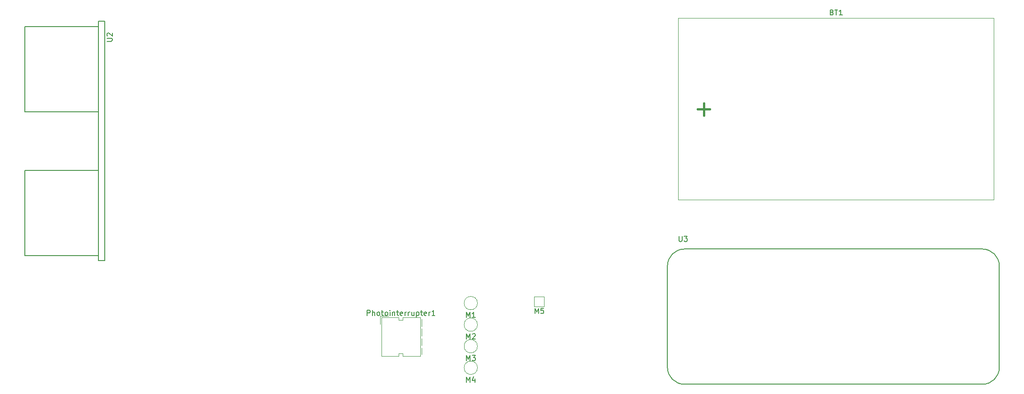
<source format=gto>
G04 #@! TF.GenerationSoftware,KiCad,Pcbnew,8.0.8*
G04 #@! TF.CreationDate,2025-02-16T02:15:22-08:00*
G04 #@! TF.ProjectId,lab1a,6c616231-612e-46b6-9963-61645f706362,rev?*
G04 #@! TF.SameCoordinates,Original*
G04 #@! TF.FileFunction,Legend,Top*
G04 #@! TF.FilePolarity,Positive*
%FSLAX46Y46*%
G04 Gerber Fmt 4.6, Leading zero omitted, Abs format (unit mm)*
G04 Created by KiCad (PCBNEW 8.0.8) date 2025-02-16 02:15:22*
%MOMM*%
%LPD*%
G01*
G04 APERTURE LIST*
%ADD10C,0.150000*%
%ADD11C,0.450000*%
%ADD12C,0.127000*%
%ADD13C,0.120000*%
G04 APERTURE END LIST*
D10*
X196548095Y-92869819D02*
X196548095Y-93679342D01*
X196548095Y-93679342D02*
X196595714Y-93774580D01*
X196595714Y-93774580D02*
X196643333Y-93822200D01*
X196643333Y-93822200D02*
X196738571Y-93869819D01*
X196738571Y-93869819D02*
X196929047Y-93869819D01*
X196929047Y-93869819D02*
X197024285Y-93822200D01*
X197024285Y-93822200D02*
X197071904Y-93774580D01*
X197071904Y-93774580D02*
X197119523Y-93679342D01*
X197119523Y-93679342D02*
X197119523Y-92869819D01*
X197500476Y-92869819D02*
X198119523Y-92869819D01*
X198119523Y-92869819D02*
X197786190Y-93250771D01*
X197786190Y-93250771D02*
X197929047Y-93250771D01*
X197929047Y-93250771D02*
X198024285Y-93298390D01*
X198024285Y-93298390D02*
X198071904Y-93346009D01*
X198071904Y-93346009D02*
X198119523Y-93441247D01*
X198119523Y-93441247D02*
X198119523Y-93679342D01*
X198119523Y-93679342D02*
X198071904Y-93774580D01*
X198071904Y-93774580D02*
X198024285Y-93822200D01*
X198024285Y-93822200D02*
X197929047Y-93869819D01*
X197929047Y-93869819D02*
X197643333Y-93869819D01*
X197643333Y-93869819D02*
X197548095Y-93822200D01*
X197548095Y-93822200D02*
X197500476Y-93774580D01*
X89262829Y-56277250D02*
X90072774Y-56277250D01*
X90072774Y-56277250D02*
X90168062Y-56229607D01*
X90168062Y-56229607D02*
X90215706Y-56181963D01*
X90215706Y-56181963D02*
X90263349Y-56086675D01*
X90263349Y-56086675D02*
X90263349Y-55896100D01*
X90263349Y-55896100D02*
X90215706Y-55800812D01*
X90215706Y-55800812D02*
X90168062Y-55753169D01*
X90168062Y-55753169D02*
X90072774Y-55705525D01*
X90072774Y-55705525D02*
X89262829Y-55705525D01*
X89358117Y-55276730D02*
X89310473Y-55229086D01*
X89310473Y-55229086D02*
X89262829Y-55133799D01*
X89262829Y-55133799D02*
X89262829Y-54895580D01*
X89262829Y-54895580D02*
X89310473Y-54800292D01*
X89310473Y-54800292D02*
X89358117Y-54752648D01*
X89358117Y-54752648D02*
X89453405Y-54705005D01*
X89453405Y-54705005D02*
X89548692Y-54705005D01*
X89548692Y-54705005D02*
X89691624Y-54752648D01*
X89691624Y-54752648D02*
X90263349Y-55324374D01*
X90263349Y-55324374D02*
X90263349Y-54705005D01*
X138066665Y-107784819D02*
X138066665Y-106784819D01*
X138066665Y-106784819D02*
X138447617Y-106784819D01*
X138447617Y-106784819D02*
X138542855Y-106832438D01*
X138542855Y-106832438D02*
X138590474Y-106880057D01*
X138590474Y-106880057D02*
X138638093Y-106975295D01*
X138638093Y-106975295D02*
X138638093Y-107118152D01*
X138638093Y-107118152D02*
X138590474Y-107213390D01*
X138590474Y-107213390D02*
X138542855Y-107261009D01*
X138542855Y-107261009D02*
X138447617Y-107308628D01*
X138447617Y-107308628D02*
X138066665Y-107308628D01*
X139066665Y-107784819D02*
X139066665Y-106784819D01*
X139495236Y-107784819D02*
X139495236Y-107261009D01*
X139495236Y-107261009D02*
X139447617Y-107165771D01*
X139447617Y-107165771D02*
X139352379Y-107118152D01*
X139352379Y-107118152D02*
X139209522Y-107118152D01*
X139209522Y-107118152D02*
X139114284Y-107165771D01*
X139114284Y-107165771D02*
X139066665Y-107213390D01*
X140114284Y-107784819D02*
X140019046Y-107737200D01*
X140019046Y-107737200D02*
X139971427Y-107689580D01*
X139971427Y-107689580D02*
X139923808Y-107594342D01*
X139923808Y-107594342D02*
X139923808Y-107308628D01*
X139923808Y-107308628D02*
X139971427Y-107213390D01*
X139971427Y-107213390D02*
X140019046Y-107165771D01*
X140019046Y-107165771D02*
X140114284Y-107118152D01*
X140114284Y-107118152D02*
X140257141Y-107118152D01*
X140257141Y-107118152D02*
X140352379Y-107165771D01*
X140352379Y-107165771D02*
X140399998Y-107213390D01*
X140399998Y-107213390D02*
X140447617Y-107308628D01*
X140447617Y-107308628D02*
X140447617Y-107594342D01*
X140447617Y-107594342D02*
X140399998Y-107689580D01*
X140399998Y-107689580D02*
X140352379Y-107737200D01*
X140352379Y-107737200D02*
X140257141Y-107784819D01*
X140257141Y-107784819D02*
X140114284Y-107784819D01*
X140733332Y-107118152D02*
X141114284Y-107118152D01*
X140876189Y-106784819D02*
X140876189Y-107641961D01*
X140876189Y-107641961D02*
X140923808Y-107737200D01*
X140923808Y-107737200D02*
X141019046Y-107784819D01*
X141019046Y-107784819D02*
X141114284Y-107784819D01*
X141590475Y-107784819D02*
X141495237Y-107737200D01*
X141495237Y-107737200D02*
X141447618Y-107689580D01*
X141447618Y-107689580D02*
X141399999Y-107594342D01*
X141399999Y-107594342D02*
X141399999Y-107308628D01*
X141399999Y-107308628D02*
X141447618Y-107213390D01*
X141447618Y-107213390D02*
X141495237Y-107165771D01*
X141495237Y-107165771D02*
X141590475Y-107118152D01*
X141590475Y-107118152D02*
X141733332Y-107118152D01*
X141733332Y-107118152D02*
X141828570Y-107165771D01*
X141828570Y-107165771D02*
X141876189Y-107213390D01*
X141876189Y-107213390D02*
X141923808Y-107308628D01*
X141923808Y-107308628D02*
X141923808Y-107594342D01*
X141923808Y-107594342D02*
X141876189Y-107689580D01*
X141876189Y-107689580D02*
X141828570Y-107737200D01*
X141828570Y-107737200D02*
X141733332Y-107784819D01*
X141733332Y-107784819D02*
X141590475Y-107784819D01*
X142352380Y-107784819D02*
X142352380Y-107118152D01*
X142352380Y-106784819D02*
X142304761Y-106832438D01*
X142304761Y-106832438D02*
X142352380Y-106880057D01*
X142352380Y-106880057D02*
X142399999Y-106832438D01*
X142399999Y-106832438D02*
X142352380Y-106784819D01*
X142352380Y-106784819D02*
X142352380Y-106880057D01*
X142828570Y-107118152D02*
X142828570Y-107784819D01*
X142828570Y-107213390D02*
X142876189Y-107165771D01*
X142876189Y-107165771D02*
X142971427Y-107118152D01*
X142971427Y-107118152D02*
X143114284Y-107118152D01*
X143114284Y-107118152D02*
X143209522Y-107165771D01*
X143209522Y-107165771D02*
X143257141Y-107261009D01*
X143257141Y-107261009D02*
X143257141Y-107784819D01*
X143590475Y-107118152D02*
X143971427Y-107118152D01*
X143733332Y-106784819D02*
X143733332Y-107641961D01*
X143733332Y-107641961D02*
X143780951Y-107737200D01*
X143780951Y-107737200D02*
X143876189Y-107784819D01*
X143876189Y-107784819D02*
X143971427Y-107784819D01*
X144685713Y-107737200D02*
X144590475Y-107784819D01*
X144590475Y-107784819D02*
X144399999Y-107784819D01*
X144399999Y-107784819D02*
X144304761Y-107737200D01*
X144304761Y-107737200D02*
X144257142Y-107641961D01*
X144257142Y-107641961D02*
X144257142Y-107261009D01*
X144257142Y-107261009D02*
X144304761Y-107165771D01*
X144304761Y-107165771D02*
X144399999Y-107118152D01*
X144399999Y-107118152D02*
X144590475Y-107118152D01*
X144590475Y-107118152D02*
X144685713Y-107165771D01*
X144685713Y-107165771D02*
X144733332Y-107261009D01*
X144733332Y-107261009D02*
X144733332Y-107356247D01*
X144733332Y-107356247D02*
X144257142Y-107451485D01*
X145161904Y-107784819D02*
X145161904Y-107118152D01*
X145161904Y-107308628D02*
X145209523Y-107213390D01*
X145209523Y-107213390D02*
X145257142Y-107165771D01*
X145257142Y-107165771D02*
X145352380Y-107118152D01*
X145352380Y-107118152D02*
X145447618Y-107118152D01*
X145780952Y-107784819D02*
X145780952Y-107118152D01*
X145780952Y-107308628D02*
X145828571Y-107213390D01*
X145828571Y-107213390D02*
X145876190Y-107165771D01*
X145876190Y-107165771D02*
X145971428Y-107118152D01*
X145971428Y-107118152D02*
X146066666Y-107118152D01*
X146828571Y-107118152D02*
X146828571Y-107784819D01*
X146400000Y-107118152D02*
X146400000Y-107641961D01*
X146400000Y-107641961D02*
X146447619Y-107737200D01*
X146447619Y-107737200D02*
X146542857Y-107784819D01*
X146542857Y-107784819D02*
X146685714Y-107784819D01*
X146685714Y-107784819D02*
X146780952Y-107737200D01*
X146780952Y-107737200D02*
X146828571Y-107689580D01*
X147304762Y-107118152D02*
X147304762Y-108118152D01*
X147304762Y-107165771D02*
X147400000Y-107118152D01*
X147400000Y-107118152D02*
X147590476Y-107118152D01*
X147590476Y-107118152D02*
X147685714Y-107165771D01*
X147685714Y-107165771D02*
X147733333Y-107213390D01*
X147733333Y-107213390D02*
X147780952Y-107308628D01*
X147780952Y-107308628D02*
X147780952Y-107594342D01*
X147780952Y-107594342D02*
X147733333Y-107689580D01*
X147733333Y-107689580D02*
X147685714Y-107737200D01*
X147685714Y-107737200D02*
X147590476Y-107784819D01*
X147590476Y-107784819D02*
X147400000Y-107784819D01*
X147400000Y-107784819D02*
X147304762Y-107737200D01*
X148066667Y-107118152D02*
X148447619Y-107118152D01*
X148209524Y-106784819D02*
X148209524Y-107641961D01*
X148209524Y-107641961D02*
X148257143Y-107737200D01*
X148257143Y-107737200D02*
X148352381Y-107784819D01*
X148352381Y-107784819D02*
X148447619Y-107784819D01*
X149161905Y-107737200D02*
X149066667Y-107784819D01*
X149066667Y-107784819D02*
X148876191Y-107784819D01*
X148876191Y-107784819D02*
X148780953Y-107737200D01*
X148780953Y-107737200D02*
X148733334Y-107641961D01*
X148733334Y-107641961D02*
X148733334Y-107261009D01*
X148733334Y-107261009D02*
X148780953Y-107165771D01*
X148780953Y-107165771D02*
X148876191Y-107118152D01*
X148876191Y-107118152D02*
X149066667Y-107118152D01*
X149066667Y-107118152D02*
X149161905Y-107165771D01*
X149161905Y-107165771D02*
X149209524Y-107261009D01*
X149209524Y-107261009D02*
X149209524Y-107356247D01*
X149209524Y-107356247D02*
X148733334Y-107451485D01*
X149638096Y-107784819D02*
X149638096Y-107118152D01*
X149638096Y-107308628D02*
X149685715Y-107213390D01*
X149685715Y-107213390D02*
X149733334Y-107165771D01*
X149733334Y-107165771D02*
X149828572Y-107118152D01*
X149828572Y-107118152D02*
X149923810Y-107118152D01*
X150780953Y-107784819D02*
X150209525Y-107784819D01*
X150495239Y-107784819D02*
X150495239Y-106784819D01*
X150495239Y-106784819D02*
X150400001Y-106927676D01*
X150400001Y-106927676D02*
X150304763Y-107022914D01*
X150304763Y-107022914D02*
X150209525Y-107070533D01*
X169520476Y-107404819D02*
X169520476Y-106404819D01*
X169520476Y-106404819D02*
X169853809Y-107119104D01*
X169853809Y-107119104D02*
X170187142Y-106404819D01*
X170187142Y-106404819D02*
X170187142Y-107404819D01*
X171139523Y-106404819D02*
X170663333Y-106404819D01*
X170663333Y-106404819D02*
X170615714Y-106881009D01*
X170615714Y-106881009D02*
X170663333Y-106833390D01*
X170663333Y-106833390D02*
X170758571Y-106785771D01*
X170758571Y-106785771D02*
X170996666Y-106785771D01*
X170996666Y-106785771D02*
X171091904Y-106833390D01*
X171091904Y-106833390D02*
X171139523Y-106881009D01*
X171139523Y-106881009D02*
X171187142Y-106976247D01*
X171187142Y-106976247D02*
X171187142Y-107214342D01*
X171187142Y-107214342D02*
X171139523Y-107309580D01*
X171139523Y-107309580D02*
X171091904Y-107357200D01*
X171091904Y-107357200D02*
X170996666Y-107404819D01*
X170996666Y-107404819D02*
X170758571Y-107404819D01*
X170758571Y-107404819D02*
X170663333Y-107357200D01*
X170663333Y-107357200D02*
X170615714Y-107309580D01*
X156690476Y-120304819D02*
X156690476Y-119304819D01*
X156690476Y-119304819D02*
X157023809Y-120019104D01*
X157023809Y-120019104D02*
X157357142Y-119304819D01*
X157357142Y-119304819D02*
X157357142Y-120304819D01*
X158261904Y-119638152D02*
X158261904Y-120304819D01*
X158023809Y-119257200D02*
X157785714Y-119971485D01*
X157785714Y-119971485D02*
X158404761Y-119971485D01*
X156690476Y-116254819D02*
X156690476Y-115254819D01*
X156690476Y-115254819D02*
X157023809Y-115969104D01*
X157023809Y-115969104D02*
X157357142Y-115254819D01*
X157357142Y-115254819D02*
X157357142Y-116254819D01*
X157738095Y-115254819D02*
X158357142Y-115254819D01*
X158357142Y-115254819D02*
X158023809Y-115635771D01*
X158023809Y-115635771D02*
X158166666Y-115635771D01*
X158166666Y-115635771D02*
X158261904Y-115683390D01*
X158261904Y-115683390D02*
X158309523Y-115731009D01*
X158309523Y-115731009D02*
X158357142Y-115826247D01*
X158357142Y-115826247D02*
X158357142Y-116064342D01*
X158357142Y-116064342D02*
X158309523Y-116159580D01*
X158309523Y-116159580D02*
X158261904Y-116207200D01*
X158261904Y-116207200D02*
X158166666Y-116254819D01*
X158166666Y-116254819D02*
X157880952Y-116254819D01*
X157880952Y-116254819D02*
X157785714Y-116207200D01*
X157785714Y-116207200D02*
X157738095Y-116159580D01*
X156690476Y-112204819D02*
X156690476Y-111204819D01*
X156690476Y-111204819D02*
X157023809Y-111919104D01*
X157023809Y-111919104D02*
X157357142Y-111204819D01*
X157357142Y-111204819D02*
X157357142Y-112204819D01*
X157785714Y-111300057D02*
X157833333Y-111252438D01*
X157833333Y-111252438D02*
X157928571Y-111204819D01*
X157928571Y-111204819D02*
X158166666Y-111204819D01*
X158166666Y-111204819D02*
X158261904Y-111252438D01*
X158261904Y-111252438D02*
X158309523Y-111300057D01*
X158309523Y-111300057D02*
X158357142Y-111395295D01*
X158357142Y-111395295D02*
X158357142Y-111490533D01*
X158357142Y-111490533D02*
X158309523Y-111633390D01*
X158309523Y-111633390D02*
X157738095Y-112204819D01*
X157738095Y-112204819D02*
X158357142Y-112204819D01*
X156690476Y-108154819D02*
X156690476Y-107154819D01*
X156690476Y-107154819D02*
X157023809Y-107869104D01*
X157023809Y-107869104D02*
X157357142Y-107154819D01*
X157357142Y-107154819D02*
X157357142Y-108154819D01*
X158357142Y-108154819D02*
X157785714Y-108154819D01*
X158071428Y-108154819D02*
X158071428Y-107154819D01*
X158071428Y-107154819D02*
X157976190Y-107297676D01*
X157976190Y-107297676D02*
X157880952Y-107392914D01*
X157880952Y-107392914D02*
X157785714Y-107440533D01*
X225214285Y-50831009D02*
X225357142Y-50878628D01*
X225357142Y-50878628D02*
X225404761Y-50926247D01*
X225404761Y-50926247D02*
X225452380Y-51021485D01*
X225452380Y-51021485D02*
X225452380Y-51164342D01*
X225452380Y-51164342D02*
X225404761Y-51259580D01*
X225404761Y-51259580D02*
X225357142Y-51307200D01*
X225357142Y-51307200D02*
X225261904Y-51354819D01*
X225261904Y-51354819D02*
X224880952Y-51354819D01*
X224880952Y-51354819D02*
X224880952Y-50354819D01*
X224880952Y-50354819D02*
X225214285Y-50354819D01*
X225214285Y-50354819D02*
X225309523Y-50402438D01*
X225309523Y-50402438D02*
X225357142Y-50450057D01*
X225357142Y-50450057D02*
X225404761Y-50545295D01*
X225404761Y-50545295D02*
X225404761Y-50640533D01*
X225404761Y-50640533D02*
X225357142Y-50735771D01*
X225357142Y-50735771D02*
X225309523Y-50783390D01*
X225309523Y-50783390D02*
X225214285Y-50831009D01*
X225214285Y-50831009D02*
X224880952Y-50831009D01*
X225738095Y-50354819D02*
X226309523Y-50354819D01*
X226023809Y-51354819D02*
X226023809Y-50354819D01*
X227166666Y-51354819D02*
X226595238Y-51354819D01*
X226880952Y-51354819D02*
X226880952Y-50354819D01*
X226880952Y-50354819D02*
X226785714Y-50497676D01*
X226785714Y-50497676D02*
X226690476Y-50592914D01*
X226690476Y-50592914D02*
X226595238Y-50640533D01*
D11*
X200057142Y-69021600D02*
X202342857Y-69021600D01*
X201199999Y-70164457D02*
X201199999Y-67878742D01*
D12*
X194385000Y-98475000D02*
G75*
G02*
X197560000Y-95300000I3175000J0D01*
G01*
X197560000Y-120700000D02*
G75*
G02*
X194385000Y-117525000I0J3175000D01*
G01*
X256615000Y-117525000D02*
G75*
G02*
X253440000Y-120700000I-3175000J0D01*
G01*
X253440000Y-95300000D02*
G75*
G02*
X256615000Y-98475000I0J-3175000D01*
G01*
X194385000Y-117525000D02*
X194385000Y-98475000D01*
X197560000Y-95300000D02*
X253440000Y-95300000D01*
X256615000Y-98475000D02*
X256615000Y-117525000D01*
X253440000Y-120700000D02*
X197560000Y-120700000D01*
X73855000Y-53500000D02*
X73855000Y-69500000D01*
X73855000Y-80500000D02*
X73855000Y-96500000D01*
X87655000Y-97500000D02*
X87655000Y-96500000D01*
X87655000Y-96500000D02*
X87655000Y-80500000D01*
X87655000Y-80500000D02*
X87655000Y-69500000D01*
X87655000Y-69500000D02*
X87655000Y-53500000D01*
X87655000Y-53500000D02*
X87655000Y-52500000D01*
X87655000Y-52500000D02*
X88855000Y-52500000D01*
X88855000Y-52500000D02*
X88855000Y-97500000D01*
X88855000Y-97500000D02*
X87655000Y-97500000D01*
X87655000Y-53500000D02*
X73855000Y-53500000D01*
X87655000Y-96500000D02*
X73855000Y-96500000D01*
X87655000Y-69500000D02*
X73855000Y-69500000D01*
X87655000Y-80500000D02*
X73855000Y-80500000D01*
D13*
X140520000Y-107890000D02*
X140520000Y-109390000D01*
X140520000Y-107890000D02*
X142020000Y-107890000D01*
X140780000Y-108150000D02*
X140780000Y-115390000D01*
X144020000Y-108150000D02*
X140780000Y-108150000D01*
X144020000Y-108150000D02*
X144020000Y-108650000D01*
X144020000Y-108650000D02*
X144780000Y-108650000D01*
X144020000Y-114890000D02*
X144020000Y-115390000D01*
X144020000Y-115390000D02*
X140780000Y-115390000D01*
X144780000Y-108150000D02*
X148020000Y-108150000D01*
X144780000Y-108650000D02*
X144780000Y-108150000D01*
X144780000Y-114890000D02*
X144020000Y-114890000D01*
X144780000Y-115390000D02*
X144780000Y-114890000D01*
X144780000Y-115390000D02*
X148020000Y-115390000D01*
X148020000Y-115390000D02*
X148020000Y-108150000D01*
X148280000Y-108470000D02*
X148280000Y-109790000D01*
X148280000Y-110270000D02*
X148280000Y-111590000D01*
X148280000Y-112070000D02*
X148280000Y-113390000D01*
X148280000Y-113870000D02*
X148280000Y-115070000D01*
X171230000Y-106100000D02*
X171230000Y-104250000D01*
X171230000Y-104250000D02*
X171230000Y-104200000D01*
X171230000Y-104200000D02*
X169380000Y-104200000D01*
X169380000Y-106100000D02*
X171230000Y-106100000D01*
X169380000Y-104200000D02*
X169380000Y-106100000D01*
X158751000Y-117600000D02*
G75*
G02*
X156249000Y-117600000I-1251000J0D01*
G01*
X156249000Y-117600000D02*
G75*
G02*
X158751000Y-117600000I1251000J0D01*
G01*
X158751000Y-113550000D02*
G75*
G02*
X156249000Y-113550000I-1251000J0D01*
G01*
X156249000Y-113550000D02*
G75*
G02*
X158751000Y-113550000I1251000J0D01*
G01*
X158751000Y-109500000D02*
G75*
G02*
X156249000Y-109500000I-1251000J0D01*
G01*
X156249000Y-109500000D02*
G75*
G02*
X158751000Y-109500000I1251000J0D01*
G01*
X158751000Y-105450000D02*
G75*
G02*
X156249000Y-105450000I-1251000J0D01*
G01*
X156249000Y-105450000D02*
G75*
G02*
X158751000Y-105450000I1251000J0D01*
G01*
X196390000Y-51940000D02*
X196390000Y-86060000D01*
X196390000Y-51940000D02*
X255610000Y-51940000D01*
X196390000Y-86060000D02*
X255610000Y-86060000D01*
X255610000Y-51940000D02*
X255610000Y-86060000D01*
M02*

</source>
